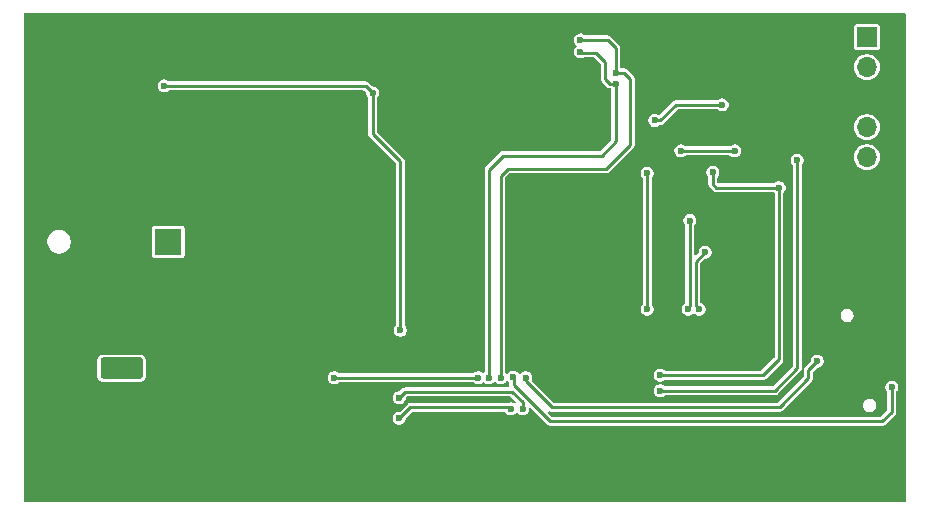
<source format=gbr>
%TF.GenerationSoftware,KiCad,Pcbnew,9.0.0*%
%TF.CreationDate,2025-06-04T14:10:33+02:00*%
%TF.ProjectId,usb_c_pd_source,7573625f-635f-4706-945f-736f75726365,rev?*%
%TF.SameCoordinates,Original*%
%TF.FileFunction,Copper,L2,Bot*%
%TF.FilePolarity,Positive*%
%FSLAX46Y46*%
G04 Gerber Fmt 4.6, Leading zero omitted, Abs format (unit mm)*
G04 Created by KiCad (PCBNEW 9.0.0) date 2025-06-04 14:10:33*
%MOMM*%
%LPD*%
G01*
G04 APERTURE LIST*
G04 Aperture macros list*
%AMRoundRect*
0 Rectangle with rounded corners*
0 $1 Rounding radius*
0 $2 $3 $4 $5 $6 $7 $8 $9 X,Y pos of 4 corners*
0 Add a 4 corners polygon primitive as box body*
4,1,4,$2,$3,$4,$5,$6,$7,$8,$9,$2,$3,0*
0 Add four circle primitives for the rounded corners*
1,1,$1+$1,$2,$3*
1,1,$1+$1,$4,$5*
1,1,$1+$1,$6,$7*
1,1,$1+$1,$8,$9*
0 Add four rect primitives between the rounded corners*
20,1,$1+$1,$2,$3,$4,$5,0*
20,1,$1+$1,$4,$5,$6,$7,0*
20,1,$1+$1,$6,$7,$8,$9,0*
20,1,$1+$1,$8,$9,$2,$3,0*%
G04 Aperture macros list end*
%TA.AperFunction,ComponentPad*%
%ADD10RoundRect,0.250000X-1.550000X0.650000X-1.550000X-0.650000X1.550000X-0.650000X1.550000X0.650000X0*%
%TD*%
%TA.AperFunction,ComponentPad*%
%ADD11O,3.600000X1.800000*%
%TD*%
%TA.AperFunction,ComponentPad*%
%ADD12R,2.250000X2.250000*%
%TD*%
%TA.AperFunction,ComponentPad*%
%ADD13C,3.225000*%
%TD*%
%TA.AperFunction,ComponentPad*%
%ADD14O,3.500000X4.650000*%
%TD*%
%TA.AperFunction,ComponentPad*%
%ADD15R,1.700000X1.700000*%
%TD*%
%TA.AperFunction,ComponentPad*%
%ADD16O,1.700000X1.700000*%
%TD*%
%TA.AperFunction,ComponentPad*%
%ADD17O,0.800000X1.100000*%
%TD*%
%TA.AperFunction,ComponentPad*%
%ADD18O,1.000000X2.000000*%
%TD*%
%TA.AperFunction,ComponentPad*%
%ADD19O,1.000000X2.500000*%
%TD*%
%TA.AperFunction,ViaPad*%
%ADD20C,0.600000*%
%TD*%
%TA.AperFunction,Conductor*%
%ADD21C,0.250000*%
%TD*%
G04 APERTURE END LIST*
D10*
%TO.P,J2,1,Pin_1*%
%TO.N,/PWR_IN*%
X73500000Y-139505000D03*
D11*
%TO.P,J2,2,Pin_2*%
%TO.N,GND*%
X73500000Y-143005000D03*
%TD*%
D12*
%TO.P,J1,1*%
%TO.N,/PWR_IN*%
X77450000Y-128800000D03*
D13*
%TO.P,J1,2*%
%TO.N,GND*%
X75650000Y-124000000D03*
X70950000Y-124000000D03*
D14*
X71450000Y-128800000D03*
D13*
X75650000Y-133600000D03*
X70950000Y-133600000D03*
%TD*%
D15*
%TO.P,J3,1,Pin_1*%
%TO.N,+3V3*%
X136600000Y-111480000D03*
D16*
%TO.P,J3,2,Pin_2*%
%TO.N,/SW_CLK*%
X136600000Y-114020000D03*
%TO.P,J3,3,Pin_3*%
%TO.N,GND*%
X136600000Y-116560000D03*
%TO.P,J3,4,Pin_4*%
%TO.N,/SWD_IO*%
X136600000Y-119100000D03*
%TO.P,J3,5,Pin_5*%
%TO.N,/NRST*%
X136600000Y-121640000D03*
%TD*%
D17*
%TO.P,J4,S1,SHIELD*%
%TO.N,GND*%
X135875000Y-142860000D03*
D18*
X133075000Y-140600000D03*
D19*
X138675000Y-138850000D03*
D18*
X133075000Y-137100000D03*
D17*
X135875000Y-134840000D03*
%TD*%
D20*
%TO.N,+3V3*%
X97100000Y-136300000D03*
X94750000Y-116200000D03*
X77100000Y-115600000D03*
%TO.N,/BUCK_OUT*%
X122400000Y-134500000D03*
X91500000Y-140300000D03*
X103700000Y-140300000D03*
X122900000Y-129700000D03*
%TO.N,Net-(D1-A)*%
X118650000Y-118529442D03*
X124350000Y-117200000D03*
%TO.N,/NRST*%
X120850000Y-121100000D03*
X125400000Y-121100000D03*
%TO.N,Net-(Q1-D)*%
X118000000Y-123000000D03*
X118000000Y-134500000D03*
%TO.N,Net-(Q1-G)*%
X121478137Y-134500000D03*
X121600000Y-127000000D03*
%TO.N,Net-(Q2-G)*%
X129160000Y-124220000D03*
X119100000Y-140100000D03*
X123560000Y-122920000D03*
%TO.N,/CMN_SRC*%
X130700000Y-121900000D03*
X119100000Y-141400000D03*
%TO.N,Net-(U4-SEL_PDO5)*%
X107450000Y-142950000D03*
X97000000Y-142000000D03*
%TO.N,Net-(U4-SEL_PDO4)*%
X106450000Y-142950000D03*
X97000000Y-143750000D03*
%TO.N,/CC1*%
X132400000Y-138900000D03*
X107700000Y-140300000D03*
%TO.N,/CC2*%
X138700000Y-141100000D03*
X106675972Y-140284382D03*
%TO.N,/SDA*%
X115350000Y-115400000D03*
X104600000Y-140300000D03*
X112350000Y-112700000D03*
%TO.N,/SCL*%
X115350000Y-114500000D03*
X112350000Y-111700000D03*
X105600000Y-140300000D03*
%TO.N,GND*%
X89100000Y-134500000D03*
X110250000Y-120000000D03*
X125000000Y-135300000D03*
X113550000Y-120000000D03*
X127400000Y-134500000D03*
X82700000Y-133700000D03*
X110300000Y-133600000D03*
X128200000Y-134500000D03*
X83500000Y-133700000D03*
X107850000Y-120000000D03*
X86700000Y-133700000D03*
X83500000Y-134500000D03*
X126600000Y-134500000D03*
X126600000Y-135300000D03*
X128200000Y-135300000D03*
X96150000Y-132350000D03*
X111850000Y-120000000D03*
X90700000Y-134500000D03*
X104650000Y-120000000D03*
X112650000Y-120000000D03*
X127400000Y-135300000D03*
X112800000Y-134400000D03*
X118900000Y-134500000D03*
X111050000Y-120000000D03*
X116300000Y-134500000D03*
X89900000Y-134500000D03*
X93700000Y-132150000D03*
X98150000Y-120000000D03*
X111100000Y-133600000D03*
X92900000Y-132150000D03*
X123400000Y-135300000D03*
X82700000Y-134500000D03*
X84300000Y-133700000D03*
X111100000Y-132800000D03*
X94450000Y-132150000D03*
X114450000Y-120000000D03*
X125800000Y-135300000D03*
X103850000Y-120000000D03*
X109500000Y-134400000D03*
X109500000Y-132800000D03*
X88300000Y-133700000D03*
X87500000Y-133700000D03*
X109500000Y-133600000D03*
X108650000Y-120000000D03*
X105450000Y-120000000D03*
X87600000Y-140300000D03*
X92100000Y-132150000D03*
X88300000Y-134500000D03*
X95250000Y-132150000D03*
X100550000Y-120000000D03*
X103600000Y-142175000D03*
X89900000Y-133700000D03*
X101350000Y-120000000D03*
X85100000Y-133700000D03*
X120500000Y-134500000D03*
X84300000Y-134500000D03*
X86700000Y-134500000D03*
X125000000Y-134500000D03*
X90700000Y-133700000D03*
X110300000Y-132800000D03*
X112000000Y-132800000D03*
X81900000Y-134500000D03*
X87500000Y-134500000D03*
X88400000Y-140300000D03*
X125800000Y-134500000D03*
X115500000Y-134500000D03*
X97350000Y-120000000D03*
X110300000Y-134400000D03*
X111100000Y-134400000D03*
X109450000Y-120000000D03*
X116300000Y-135300000D03*
X85900000Y-133700000D03*
X106250000Y-120000000D03*
X85100000Y-134500000D03*
X115500000Y-135300000D03*
X81900000Y-133700000D03*
X120500000Y-135300000D03*
X123400000Y-134500000D03*
X119700000Y-135300000D03*
X89100000Y-133700000D03*
X102250000Y-120000000D03*
X124200000Y-135300000D03*
X85900000Y-134500000D03*
X118900000Y-135300000D03*
X98950000Y-120000000D03*
X112800000Y-133600000D03*
X117100000Y-134500000D03*
X99750000Y-120000000D03*
X119700000Y-134500000D03*
X117100000Y-135300000D03*
X124200000Y-134500000D03*
X103050000Y-120000000D03*
X112000000Y-134400000D03*
X107050000Y-120000000D03*
X112800000Y-132800000D03*
X112000000Y-133600000D03*
%TD*%
D21*
%TO.N,+3V3*%
X94150000Y-115600000D02*
X77100000Y-115600000D01*
X97100000Y-122000000D02*
X94750000Y-119650000D01*
X97100000Y-136300000D02*
X97100000Y-122000000D01*
X94750000Y-119650000D02*
X94750000Y-116200000D01*
X94750000Y-116200000D02*
X94150000Y-115600000D01*
%TO.N,/BUCK_OUT*%
X122103137Y-130496863D02*
X122900000Y-129700000D01*
X122103137Y-133700000D02*
X122103137Y-130496863D01*
X122103137Y-133700000D02*
X122103137Y-134203137D01*
X122103137Y-134203137D02*
X122400000Y-134500000D01*
X91500000Y-140300000D02*
X103700000Y-140300000D01*
%TO.N,Net-(D1-A)*%
X118650000Y-118529442D02*
X119120558Y-118529442D01*
X120450000Y-117200000D02*
X124350000Y-117200000D01*
X119120558Y-118529442D02*
X120450000Y-117200000D01*
%TO.N,/NRST*%
X125400000Y-121100000D02*
X120850000Y-121100000D01*
%TO.N,Net-(Q1-D)*%
X118000000Y-134500000D02*
X118000000Y-134600000D01*
X118000000Y-123000000D02*
X118000000Y-134500000D01*
%TO.N,Net-(Q1-G)*%
X121478137Y-134321863D02*
X121600000Y-134200000D01*
X121478137Y-134500000D02*
X121478137Y-134321863D01*
X121600000Y-134200000D02*
X121600000Y-127000000D01*
X121600000Y-127000000D02*
X121700000Y-127100000D01*
%TO.N,Net-(Q2-G)*%
X119100000Y-140100000D02*
X127800000Y-140100000D01*
X129160000Y-138740000D02*
X129160000Y-124220000D01*
X123560000Y-123920000D02*
X123860000Y-124220000D01*
X127800000Y-140100000D02*
X129160000Y-138740000D01*
X123560000Y-122920000D02*
X123560000Y-123920000D01*
X123860000Y-124220000D02*
X129160000Y-124220000D01*
%TO.N,/CMN_SRC*%
X128800000Y-141400000D02*
X130700000Y-139500000D01*
X119100000Y-141400000D02*
X128800000Y-141400000D01*
X130700000Y-139500000D02*
X130700000Y-121900000D01*
%TO.N,Net-(U4-SEL_PDO5)*%
X97500000Y-141500000D02*
X106550000Y-141500000D01*
X106550000Y-141500000D02*
X107450000Y-142400000D01*
X97000000Y-142000000D02*
X97500000Y-141500000D01*
X107450000Y-142400000D02*
X107450000Y-142950000D01*
%TO.N,Net-(U4-SEL_PDO4)*%
X106300000Y-142800000D02*
X106450000Y-142950000D01*
X97000000Y-143750000D02*
X97950000Y-142800000D01*
X97950000Y-142800000D02*
X106300000Y-142800000D01*
X106400000Y-143000000D02*
X106450000Y-142950000D01*
%TO.N,/CC1*%
X109900000Y-142800000D02*
X107700000Y-140600000D01*
X107700000Y-140600000D02*
X107700000Y-140300000D01*
X131631500Y-139668500D02*
X131631500Y-140368500D01*
X132400000Y-138900000D02*
X131631500Y-139668500D01*
X129200000Y-142800000D02*
X109900000Y-142800000D01*
X131631500Y-140368500D02*
X129200000Y-142800000D01*
%TO.N,/CC2*%
X106700000Y-140308410D02*
X106700000Y-140900000D01*
X106675972Y-140284382D02*
X106700000Y-140308410D01*
X109800000Y-144000000D02*
X137900000Y-144000000D01*
X138700000Y-143200000D02*
X138700000Y-141100000D01*
X137900000Y-144000000D02*
X138700000Y-143200000D01*
X106700000Y-140900000D02*
X109800000Y-144000000D01*
%TO.N,/SDA*%
X104600000Y-122700000D02*
X105800000Y-121500000D01*
X114450000Y-115000000D02*
X114850000Y-115400000D01*
X114450000Y-113600000D02*
X114450000Y-115000000D01*
X104600000Y-140300000D02*
X104600000Y-122700000D01*
X105800000Y-121500000D02*
X114150000Y-121500000D01*
X115350000Y-120300000D02*
X115350000Y-115400000D01*
X113650000Y-112800000D02*
X114450000Y-113600000D01*
X114150000Y-121500000D02*
X115350000Y-120300000D01*
X112350000Y-112800000D02*
X113650000Y-112800000D01*
X112350000Y-112700000D02*
X112450000Y-112800000D01*
X114850000Y-115400000D02*
X115350000Y-115400000D01*
%TO.N,/SCL*%
X106200000Y-122600000D02*
X114550000Y-122600000D01*
X116550000Y-115000000D02*
X116050000Y-114500000D01*
X115350000Y-112400000D02*
X115350000Y-114500000D01*
X112250000Y-111700000D02*
X114650000Y-111700000D01*
X114550000Y-122600000D02*
X115050000Y-122100000D01*
X116550000Y-120600000D02*
X116550000Y-115000000D01*
X105725000Y-140300000D02*
X105600000Y-140175000D01*
X105600000Y-140175000D02*
X105600000Y-123200000D01*
X114650000Y-111700000D02*
X115350000Y-112400000D01*
X105600000Y-123200000D02*
X106200000Y-122600000D01*
X116050000Y-114500000D02*
X115350000Y-114500000D01*
X115050000Y-122100000D02*
X116550000Y-120600000D01*
%TD*%
%TA.AperFunction,Conductor*%
%TO.N,GND*%
G36*
X139858691Y-109469407D02*
G01*
X139894655Y-109518907D01*
X139899500Y-109549500D01*
X139899500Y-150750500D01*
X139880593Y-150808691D01*
X139831093Y-150844655D01*
X139800500Y-150849500D01*
X65299500Y-150849500D01*
X65241309Y-150830593D01*
X65205345Y-150781093D01*
X65200500Y-150750500D01*
X65200500Y-138807128D01*
X71449500Y-138807128D01*
X71449500Y-140202866D01*
X71449501Y-140202870D01*
X71455908Y-140262480D01*
X71455909Y-140262485D01*
X71506202Y-140397329D01*
X71592087Y-140512056D01*
X71592454Y-140512546D01*
X71592457Y-140512548D01*
X71592458Y-140512549D01*
X71707670Y-140598797D01*
X71842511Y-140649089D01*
X71842512Y-140649089D01*
X71842517Y-140649091D01*
X71902127Y-140655500D01*
X75097872Y-140655499D01*
X75157483Y-140649091D01*
X75254291Y-140612984D01*
X75292329Y-140598797D01*
X75292329Y-140598796D01*
X75292331Y-140598796D01*
X75407546Y-140512546D01*
X75493796Y-140397331D01*
X75544091Y-140262483D01*
X75547850Y-140227525D01*
X90949500Y-140227525D01*
X90949500Y-140372475D01*
X90961681Y-140417933D01*
X90987017Y-140512489D01*
X91059487Y-140638010D01*
X91059489Y-140638012D01*
X91059491Y-140638015D01*
X91161985Y-140740509D01*
X91161987Y-140740510D01*
X91161989Y-140740512D01*
X91287511Y-140812982D01*
X91287512Y-140812982D01*
X91287515Y-140812984D01*
X91427525Y-140850500D01*
X91427526Y-140850500D01*
X91572474Y-140850500D01*
X91572475Y-140850500D01*
X91712485Y-140812984D01*
X91712487Y-140812982D01*
X91712489Y-140812982D01*
X91838010Y-140740512D01*
X91838010Y-140740511D01*
X91838015Y-140740509D01*
X91856022Y-140722501D01*
X91874029Y-140704496D01*
X91928546Y-140676719D01*
X91944032Y-140675500D01*
X103255968Y-140675500D01*
X103314159Y-140694407D01*
X103325971Y-140704496D01*
X103361983Y-140740507D01*
X103361989Y-140740512D01*
X103487511Y-140812982D01*
X103487512Y-140812982D01*
X103487515Y-140812984D01*
X103627525Y-140850500D01*
X103627526Y-140850500D01*
X103772474Y-140850500D01*
X103772475Y-140850500D01*
X103912485Y-140812984D01*
X103912487Y-140812982D01*
X103912489Y-140812982D01*
X104038010Y-140740512D01*
X104038010Y-140740511D01*
X104038015Y-140740509D01*
X104079998Y-140698525D01*
X104134513Y-140670750D01*
X104194945Y-140680321D01*
X104220000Y-140698524D01*
X104261985Y-140740509D01*
X104261987Y-140740510D01*
X104261989Y-140740512D01*
X104387511Y-140812982D01*
X104387512Y-140812982D01*
X104387515Y-140812984D01*
X104527525Y-140850500D01*
X104527526Y-140850500D01*
X104672474Y-140850500D01*
X104672475Y-140850500D01*
X104812485Y-140812984D01*
X104812487Y-140812982D01*
X104812489Y-140812982D01*
X104938010Y-140740512D01*
X104938010Y-140740511D01*
X104938015Y-140740509D01*
X105029998Y-140648525D01*
X105084513Y-140620750D01*
X105144945Y-140630321D01*
X105170000Y-140648524D01*
X105261985Y-140740509D01*
X105261987Y-140740510D01*
X105261989Y-140740512D01*
X105387511Y-140812982D01*
X105387512Y-140812982D01*
X105387515Y-140812984D01*
X105527525Y-140850500D01*
X105527526Y-140850500D01*
X105672474Y-140850500D01*
X105672475Y-140850500D01*
X105812485Y-140812984D01*
X105812487Y-140812982D01*
X105812489Y-140812982D01*
X105938010Y-140740512D01*
X105938010Y-140740511D01*
X105938015Y-140740509D01*
X106040509Y-140638015D01*
X106056757Y-140609871D01*
X106102226Y-140568931D01*
X106163076Y-140562534D01*
X106216064Y-140593126D01*
X106216378Y-140593476D01*
X106223147Y-140601066D01*
X106235463Y-140622397D01*
X106297503Y-140684437D01*
X106299384Y-140686546D01*
X106310612Y-140712090D01*
X106323281Y-140736954D01*
X106323660Y-140741772D01*
X106324006Y-140742559D01*
X106323797Y-140743517D01*
X106324500Y-140752441D01*
X106324500Y-140850564D01*
X106324500Y-140949436D01*
X106331484Y-140975499D01*
X106338016Y-140999877D01*
X106336584Y-141027194D01*
X106334814Y-141060978D01*
X106334812Y-141060979D01*
X106334813Y-141060979D01*
X106296308Y-141108529D01*
X106296283Y-141108535D01*
X106242389Y-141124500D01*
X97549436Y-141124500D01*
X97450564Y-141124500D01*
X97386896Y-141141559D01*
X97355062Y-141150089D01*
X97269434Y-141199527D01*
X97048457Y-141420504D01*
X96993941Y-141448281D01*
X96978454Y-141449500D01*
X96927525Y-141449500D01*
X96865790Y-141466041D01*
X96787510Y-141487017D01*
X96661989Y-141559487D01*
X96559487Y-141661989D01*
X96487017Y-141787510D01*
X96458374Y-141894407D01*
X96449500Y-141927525D01*
X96449500Y-142072475D01*
X96469474Y-142147017D01*
X96487017Y-142212489D01*
X96559487Y-142338010D01*
X96559489Y-142338012D01*
X96559491Y-142338015D01*
X96661985Y-142440509D01*
X96661987Y-142440510D01*
X96661989Y-142440512D01*
X96787511Y-142512982D01*
X96787512Y-142512982D01*
X96787515Y-142512984D01*
X96927525Y-142550500D01*
X96927526Y-142550500D01*
X97072474Y-142550500D01*
X97072475Y-142550500D01*
X97212485Y-142512984D01*
X97212487Y-142512982D01*
X97212489Y-142512982D01*
X97338010Y-142440512D01*
X97338010Y-142440511D01*
X97338015Y-142440509D01*
X97440509Y-142338015D01*
X97508939Y-142219491D01*
X97512982Y-142212489D01*
X97512982Y-142212487D01*
X97512984Y-142212485D01*
X97550500Y-142072475D01*
X97550500Y-142021544D01*
X97552968Y-142013946D01*
X97551719Y-142006056D01*
X97562242Y-141985402D01*
X97569407Y-141963353D01*
X97579497Y-141951540D01*
X97626542Y-141904496D01*
X97681059Y-141876719D01*
X97696545Y-141875500D01*
X106353455Y-141875500D01*
X106411646Y-141894407D01*
X106423459Y-141904496D01*
X106825167Y-142306204D01*
X106852944Y-142360721D01*
X106843373Y-142421153D01*
X106800108Y-142464418D01*
X106739676Y-142473989D01*
X106705663Y-142461944D01*
X106662489Y-142437017D01*
X106603187Y-142421127D01*
X106522475Y-142399500D01*
X106377525Y-142399500D01*
X106299617Y-142420375D01*
X106296813Y-142421127D01*
X106271190Y-142424500D01*
X97999436Y-142424500D01*
X97900564Y-142424500D01*
X97853855Y-142437016D01*
X97853854Y-142437015D01*
X97805065Y-142450088D01*
X97805057Y-142450092D01*
X97762250Y-142474805D01*
X97762251Y-142474806D01*
X97719438Y-142499524D01*
X97048459Y-143170504D01*
X96993942Y-143198281D01*
X96978455Y-143199500D01*
X96927525Y-143199500D01*
X96886473Y-143210500D01*
X96787510Y-143237017D01*
X96661989Y-143309487D01*
X96559487Y-143411989D01*
X96487017Y-143537510D01*
X96449500Y-143677525D01*
X96449500Y-143822474D01*
X96487017Y-143962489D01*
X96559487Y-144088010D01*
X96559489Y-144088012D01*
X96559491Y-144088015D01*
X96661985Y-144190509D01*
X96661987Y-144190510D01*
X96661989Y-144190512D01*
X96787511Y-144262982D01*
X96787512Y-144262982D01*
X96787515Y-144262984D01*
X96927525Y-144300500D01*
X96927526Y-144300500D01*
X97072474Y-144300500D01*
X97072475Y-144300500D01*
X97212485Y-144262984D01*
X97212487Y-144262982D01*
X97212489Y-144262982D01*
X97338010Y-144190512D01*
X97338010Y-144190511D01*
X97338015Y-144190509D01*
X97440509Y-144088015D01*
X97512984Y-143962485D01*
X97550500Y-143822475D01*
X97550500Y-143771545D01*
X97569407Y-143713354D01*
X97579496Y-143701541D01*
X98076542Y-143204496D01*
X98131059Y-143176719D01*
X98146546Y-143175500D01*
X105887373Y-143175500D01*
X105945564Y-143194407D01*
X105973107Y-143224996D01*
X106009491Y-143288015D01*
X106111985Y-143390509D01*
X106111987Y-143390510D01*
X106111989Y-143390512D01*
X106237511Y-143462982D01*
X106237512Y-143462982D01*
X106237515Y-143462984D01*
X106377525Y-143500500D01*
X106377526Y-143500500D01*
X106522474Y-143500500D01*
X106522475Y-143500500D01*
X106662485Y-143462984D01*
X106662487Y-143462982D01*
X106662489Y-143462982D01*
X106788010Y-143390512D01*
X106788010Y-143390511D01*
X106788015Y-143390509D01*
X106879998Y-143298525D01*
X106934513Y-143270750D01*
X106994945Y-143280321D01*
X107020000Y-143298524D01*
X107111985Y-143390509D01*
X107111987Y-143390510D01*
X107111989Y-143390512D01*
X107237511Y-143462982D01*
X107237512Y-143462982D01*
X107237515Y-143462984D01*
X107377525Y-143500500D01*
X107377526Y-143500500D01*
X107522474Y-143500500D01*
X107522475Y-143500500D01*
X107662485Y-143462984D01*
X107662487Y-143462982D01*
X107662489Y-143462982D01*
X107788010Y-143390512D01*
X107788010Y-143390511D01*
X107788015Y-143390509D01*
X107890509Y-143288015D01*
X107903589Y-143265360D01*
X107962982Y-143162489D01*
X107962982Y-143162487D01*
X107962984Y-143162485D01*
X108000500Y-143022475D01*
X108000500Y-142970545D01*
X108019407Y-142912354D01*
X108068907Y-142876390D01*
X108130093Y-142876390D01*
X108169504Y-142900541D01*
X109499525Y-144230562D01*
X109499524Y-144230562D01*
X109569438Y-144300475D01*
X109655058Y-144349908D01*
X109655062Y-144349910D01*
X109702812Y-144362705D01*
X109702813Y-144362705D01*
X109750564Y-144375500D01*
X109750565Y-144375500D01*
X137949436Y-144375500D01*
X137997186Y-144362705D01*
X137997187Y-144362705D01*
X138044934Y-144349911D01*
X138044933Y-144349911D01*
X138044938Y-144349910D01*
X138130562Y-144300475D01*
X138200475Y-144230562D01*
X138200474Y-144230562D01*
X139000475Y-143430563D01*
X139025192Y-143387750D01*
X139049910Y-143344938D01*
X139069861Y-143270480D01*
X139075500Y-143249436D01*
X139075500Y-143150564D01*
X139075500Y-141544031D01*
X139094407Y-141485840D01*
X139104490Y-141474033D01*
X139140509Y-141438015D01*
X139212984Y-141312485D01*
X139250500Y-141172475D01*
X139250500Y-141027525D01*
X139212984Y-140887515D01*
X139212982Y-140887512D01*
X139212982Y-140887510D01*
X139140512Y-140761989D01*
X139140510Y-140761987D01*
X139140509Y-140761985D01*
X139038015Y-140659491D01*
X139038012Y-140659489D01*
X139038010Y-140659487D01*
X138912488Y-140587017D01*
X138912489Y-140587017D01*
X138882896Y-140579087D01*
X138772475Y-140549500D01*
X138627525Y-140549500D01*
X138601319Y-140556522D01*
X138487510Y-140587017D01*
X138361989Y-140659487D01*
X138259487Y-140761989D01*
X138187017Y-140887510D01*
X138149500Y-141027525D01*
X138149500Y-141172474D01*
X138187017Y-141312489D01*
X138259487Y-141438010D01*
X138259489Y-141438012D01*
X138259491Y-141438015D01*
X138295505Y-141474029D01*
X138323281Y-141528544D01*
X138324500Y-141544031D01*
X138324500Y-143003454D01*
X138305593Y-143061645D01*
X138295504Y-143073458D01*
X137773459Y-143595504D01*
X137718942Y-143623281D01*
X137703455Y-143624500D01*
X109996545Y-143624500D01*
X109938354Y-143605593D01*
X109926541Y-143595504D01*
X109638231Y-143307194D01*
X109610454Y-143252677D01*
X109620025Y-143192245D01*
X109663290Y-143148980D01*
X109723722Y-143139409D01*
X109748718Y-143148260D01*
X109749064Y-143147426D01*
X109755062Y-143149910D01*
X109801991Y-143162485D01*
X109801992Y-143162485D01*
X109850564Y-143175500D01*
X109850565Y-143175500D01*
X129249435Y-143175500D01*
X129249436Y-143175500D01*
X129298008Y-143162485D01*
X129344938Y-143149910D01*
X129430562Y-143100475D01*
X129500475Y-143030562D01*
X129943512Y-142587525D01*
X136274500Y-142587525D01*
X136274500Y-142732475D01*
X136304087Y-142842896D01*
X136312017Y-142872489D01*
X136384487Y-142998010D01*
X136384489Y-142998012D01*
X136384491Y-142998015D01*
X136486985Y-143100509D01*
X136486987Y-143100510D01*
X136486989Y-143100512D01*
X136612511Y-143172982D01*
X136612512Y-143172982D01*
X136612515Y-143172984D01*
X136752525Y-143210500D01*
X136752526Y-143210500D01*
X136897474Y-143210500D01*
X136897475Y-143210500D01*
X137037485Y-143172984D01*
X137037487Y-143172982D01*
X137037489Y-143172982D01*
X137163010Y-143100512D01*
X137163010Y-143100511D01*
X137163015Y-143100509D01*
X137265509Y-142998015D01*
X137335074Y-142877525D01*
X137337982Y-142872489D01*
X137337982Y-142872487D01*
X137337984Y-142872485D01*
X137375500Y-142732475D01*
X137375500Y-142587525D01*
X137337984Y-142447515D01*
X137337982Y-142447512D01*
X137337982Y-142447510D01*
X137265512Y-142321989D01*
X137265510Y-142321987D01*
X137265509Y-142321985D01*
X137163015Y-142219491D01*
X137163012Y-142219489D01*
X137163010Y-142219487D01*
X137037488Y-142147017D01*
X137037489Y-142147017D01*
X137007896Y-142139087D01*
X136897475Y-142109500D01*
X136752525Y-142109500D01*
X136690790Y-142126041D01*
X136612510Y-142147017D01*
X136486989Y-142219487D01*
X136384487Y-142321989D01*
X136312017Y-142447510D01*
X136304703Y-142474806D01*
X136274500Y-142587525D01*
X129943512Y-142587525D01*
X131931974Y-140599063D01*
X131931975Y-140599062D01*
X131981410Y-140513438D01*
X132007000Y-140417935D01*
X132007000Y-139865045D01*
X132025907Y-139806854D01*
X132035996Y-139795041D01*
X132351541Y-139479496D01*
X132406058Y-139451719D01*
X132421545Y-139450500D01*
X132472474Y-139450500D01*
X132472475Y-139450500D01*
X132612485Y-139412984D01*
X132612487Y-139412982D01*
X132612489Y-139412982D01*
X132738010Y-139340512D01*
X132738010Y-139340511D01*
X132738015Y-139340509D01*
X132840509Y-139238015D01*
X132912984Y-139112485D01*
X132950500Y-138972475D01*
X132950500Y-138827525D01*
X132912984Y-138687515D01*
X132912982Y-138687512D01*
X132912982Y-138687510D01*
X132840512Y-138561989D01*
X132840510Y-138561987D01*
X132840509Y-138561985D01*
X132738015Y-138459491D01*
X132738012Y-138459489D01*
X132738010Y-138459487D01*
X132612488Y-138387017D01*
X132612489Y-138387017D01*
X132515053Y-138360909D01*
X132472475Y-138349500D01*
X132327525Y-138349500D01*
X132284947Y-138360909D01*
X132187510Y-138387017D01*
X132061989Y-138459487D01*
X131959487Y-138561989D01*
X131887017Y-138687510D01*
X131849500Y-138827525D01*
X131849500Y-138878455D01*
X131830593Y-138936646D01*
X131820504Y-138948459D01*
X131400938Y-139368025D01*
X131400937Y-139368024D01*
X131331024Y-139437938D01*
X131281589Y-139523561D01*
X131281589Y-139523562D01*
X131281590Y-139523563D01*
X131270940Y-139563307D01*
X131270937Y-139563318D01*
X131264588Y-139587016D01*
X131256000Y-139619065D01*
X131256000Y-139637633D01*
X131256000Y-140171955D01*
X131237093Y-140230146D01*
X131227004Y-140241959D01*
X129073459Y-142395504D01*
X129018942Y-142423281D01*
X129003455Y-142424500D01*
X110096546Y-142424500D01*
X110038355Y-142405593D01*
X110026542Y-142395504D01*
X108958562Y-141327525D01*
X118549500Y-141327525D01*
X118549500Y-141472475D01*
X118553397Y-141487017D01*
X118587017Y-141612489D01*
X118659487Y-141738010D01*
X118659489Y-141738012D01*
X118659491Y-141738015D01*
X118761985Y-141840509D01*
X118761987Y-141840510D01*
X118761989Y-141840512D01*
X118887511Y-141912982D01*
X118887512Y-141912982D01*
X118887515Y-141912984D01*
X119027525Y-141950500D01*
X119027526Y-141950500D01*
X119172474Y-141950500D01*
X119172475Y-141950500D01*
X119312485Y-141912984D01*
X119312487Y-141912982D01*
X119312489Y-141912982D01*
X119438010Y-141840512D01*
X119438010Y-141840511D01*
X119438015Y-141840509D01*
X119456022Y-141822501D01*
X119474029Y-141804496D01*
X119528546Y-141776719D01*
X119544032Y-141775500D01*
X128849435Y-141775500D01*
X128849436Y-141775500D01*
X128929349Y-141754087D01*
X128944938Y-141749910D01*
X129030562Y-141700475D01*
X129100475Y-141630562D01*
X129100474Y-141630562D01*
X131000475Y-139730563D01*
X131049911Y-139644937D01*
X131075500Y-139549436D01*
X131075500Y-139450564D01*
X131075500Y-134967525D01*
X134374500Y-134967525D01*
X134374500Y-135112474D01*
X134412017Y-135252489D01*
X134484487Y-135378010D01*
X134484489Y-135378012D01*
X134484491Y-135378015D01*
X134586985Y-135480509D01*
X134586987Y-135480510D01*
X134586989Y-135480512D01*
X134712511Y-135552982D01*
X134712512Y-135552982D01*
X134712515Y-135552984D01*
X134852525Y-135590500D01*
X134852526Y-135590500D01*
X134997474Y-135590500D01*
X134997475Y-135590500D01*
X135137485Y-135552984D01*
X135137487Y-135552982D01*
X135137489Y-135552982D01*
X135263010Y-135480512D01*
X135263010Y-135480511D01*
X135263015Y-135480509D01*
X135365509Y-135378015D01*
X135437984Y-135252485D01*
X135475500Y-135112475D01*
X135475500Y-134967525D01*
X135437984Y-134827515D01*
X135437982Y-134827512D01*
X135437982Y-134827510D01*
X135365512Y-134701989D01*
X135365510Y-134701987D01*
X135365509Y-134701985D01*
X135263015Y-134599491D01*
X135263012Y-134599489D01*
X135263010Y-134599487D01*
X135137488Y-134527017D01*
X135137489Y-134527017D01*
X135107896Y-134519087D01*
X134997475Y-134489500D01*
X134852525Y-134489500D01*
X134790790Y-134506041D01*
X134712510Y-134527017D01*
X134586989Y-134599487D01*
X134484487Y-134701989D01*
X134412017Y-134827510D01*
X134374500Y-134967525D01*
X131075500Y-134967525D01*
X131075500Y-122344031D01*
X131094407Y-122285840D01*
X131104490Y-122274033D01*
X131140509Y-122238015D01*
X131149016Y-122223281D01*
X131212982Y-122112489D01*
X131212982Y-122112487D01*
X131212984Y-122112485D01*
X131250500Y-121972475D01*
X131250500Y-121827525D01*
X131212984Y-121687515D01*
X131212982Y-121687512D01*
X131212982Y-121687510D01*
X131161880Y-121598999D01*
X131140512Y-121561989D01*
X131140510Y-121561987D01*
X131140509Y-121561985D01*
X131131909Y-121553385D01*
X135499500Y-121553385D01*
X135499500Y-121726614D01*
X135526597Y-121897702D01*
X135526598Y-121897706D01*
X135580123Y-122062438D01*
X135580125Y-122062441D01*
X135647922Y-122195503D01*
X135658768Y-122216788D01*
X135760586Y-122356928D01*
X135883072Y-122479414D01*
X136023212Y-122581232D01*
X136177555Y-122659873D01*
X136177557Y-122659873D01*
X136177558Y-122659874D01*
X136177561Y-122659876D01*
X136342293Y-122713401D01*
X136342297Y-122713402D01*
X136513386Y-122740500D01*
X136513389Y-122740500D01*
X136686614Y-122740500D01*
X136857702Y-122713402D01*
X136857706Y-122713401D01*
X137022438Y-122659876D01*
X137022440Y-122659874D01*
X137022445Y-122659873D01*
X137176788Y-122581232D01*
X137316928Y-122479414D01*
X137439414Y-122356928D01*
X137541232Y-122216788D01*
X137619873Y-122062445D01*
X137619874Y-122062440D01*
X137619876Y-122062438D01*
X137673401Y-121897706D01*
X137673402Y-121897702D01*
X137700500Y-121726614D01*
X137700500Y-121553385D01*
X137673402Y-121382297D01*
X137673401Y-121382293D01*
X137619876Y-121217561D01*
X137619874Y-121217558D01*
X137619873Y-121217557D01*
X137619873Y-121217555D01*
X137541232Y-121063212D01*
X137439414Y-120923072D01*
X137316928Y-120800586D01*
X137176788Y-120698768D01*
X137176787Y-120698767D01*
X137176785Y-120698766D01*
X137022441Y-120620125D01*
X137022438Y-120620123D01*
X136857706Y-120566598D01*
X136857702Y-120566597D01*
X136686614Y-120539500D01*
X136686611Y-120539500D01*
X136513389Y-120539500D01*
X136513386Y-120539500D01*
X136342297Y-120566597D01*
X136342293Y-120566598D01*
X136177561Y-120620123D01*
X136177558Y-120620125D01*
X136023214Y-120698766D01*
X135883073Y-120800585D01*
X135760585Y-120923073D01*
X135658766Y-121063214D01*
X135580125Y-121217558D01*
X135580123Y-121217561D01*
X135526598Y-121382293D01*
X135526597Y-121382297D01*
X135499500Y-121553385D01*
X131131909Y-121553385D01*
X131038015Y-121459491D01*
X131038012Y-121459489D01*
X131038010Y-121459487D01*
X130912488Y-121387017D01*
X130912489Y-121387017D01*
X130882896Y-121379087D01*
X130772475Y-121349500D01*
X130627525Y-121349500D01*
X130565790Y-121366041D01*
X130487510Y-121387017D01*
X130361989Y-121459487D01*
X130259487Y-121561989D01*
X130187017Y-121687510D01*
X130149500Y-121827525D01*
X130149500Y-121972474D01*
X130187017Y-122112489D01*
X130259487Y-122238010D01*
X130259489Y-122238012D01*
X130259491Y-122238015D01*
X130295505Y-122274029D01*
X130323281Y-122328544D01*
X130324500Y-122344031D01*
X130324500Y-139303454D01*
X130305593Y-139361645D01*
X130295504Y-139373458D01*
X128673459Y-140995504D01*
X128618942Y-141023281D01*
X128603455Y-141024500D01*
X119544032Y-141024500D01*
X119485841Y-141005593D01*
X119474029Y-140995504D01*
X119438016Y-140959492D01*
X119438010Y-140959487D01*
X119312488Y-140887017D01*
X119312489Y-140887017D01*
X119282896Y-140879087D01*
X119172475Y-140849500D01*
X119027525Y-140849500D01*
X118965790Y-140866041D01*
X118887510Y-140887017D01*
X118761989Y-140959487D01*
X118659487Y-141061989D01*
X118587017Y-141187510D01*
X118587016Y-141187515D01*
X118549500Y-141327525D01*
X108958562Y-141327525D01*
X108238721Y-140607684D01*
X108210944Y-140553167D01*
X108213097Y-140512060D01*
X108250500Y-140372475D01*
X108250500Y-140227525D01*
X108212984Y-140087515D01*
X108212982Y-140087512D01*
X108212982Y-140087510D01*
X108203182Y-140070536D01*
X108178349Y-140027525D01*
X118549500Y-140027525D01*
X118549500Y-140172475D01*
X118557645Y-140202872D01*
X118587017Y-140312489D01*
X118659487Y-140438010D01*
X118659489Y-140438012D01*
X118659491Y-140438015D01*
X118761985Y-140540509D01*
X118761987Y-140540510D01*
X118761989Y-140540512D01*
X118887511Y-140612982D01*
X118887512Y-140612982D01*
X118887515Y-140612984D01*
X119027525Y-140650500D01*
X119027526Y-140650500D01*
X119172474Y-140650500D01*
X119172475Y-140650500D01*
X119312485Y-140612984D01*
X119312487Y-140612982D01*
X119312489Y-140612982D01*
X119438010Y-140540512D01*
X119438010Y-140540511D01*
X119438015Y-140540509D01*
X119456022Y-140522501D01*
X119474029Y-140504496D01*
X119528546Y-140476719D01*
X119544032Y-140475500D01*
X127849436Y-140475500D01*
X127897186Y-140462705D01*
X127897187Y-140462705D01*
X127944934Y-140449911D01*
X127944933Y-140449911D01*
X127944938Y-140449910D01*
X128030562Y-140400475D01*
X128100475Y-140330562D01*
X129460474Y-138970563D01*
X129460477Y-138970558D01*
X129472672Y-138949437D01*
X129509908Y-138884942D01*
X129509908Y-138884940D01*
X129509910Y-138884938D01*
X129530759Y-138807128D01*
X129535500Y-138789436D01*
X129535500Y-138690564D01*
X129535500Y-124664031D01*
X129554407Y-124605840D01*
X129564490Y-124594033D01*
X129600509Y-124558015D01*
X129672984Y-124432485D01*
X129710500Y-124292475D01*
X129710500Y-124147525D01*
X129672984Y-124007515D01*
X129672982Y-124007512D01*
X129672982Y-124007510D01*
X129600512Y-123881989D01*
X129600510Y-123881987D01*
X129600509Y-123881985D01*
X129498015Y-123779491D01*
X129498012Y-123779489D01*
X129498010Y-123779487D01*
X129372488Y-123707017D01*
X129372489Y-123707017D01*
X129342896Y-123699087D01*
X129232475Y-123669500D01*
X129087525Y-123669500D01*
X129025790Y-123686041D01*
X128947510Y-123707017D01*
X128821989Y-123779487D01*
X128821983Y-123779492D01*
X128785971Y-123815504D01*
X128731454Y-123843281D01*
X128715968Y-123844500D01*
X124056545Y-123844500D01*
X124048947Y-123842031D01*
X124041058Y-123843281D01*
X124020402Y-123832756D01*
X123998354Y-123825593D01*
X123986541Y-123815504D01*
X123964496Y-123793459D01*
X123936719Y-123738942D01*
X123935500Y-123723455D01*
X123935500Y-123364031D01*
X123954407Y-123305840D01*
X123964490Y-123294033D01*
X124000509Y-123258015D01*
X124072984Y-123132485D01*
X124110500Y-122992475D01*
X124110500Y-122847525D01*
X124072984Y-122707515D01*
X124072982Y-122707512D01*
X124072982Y-122707510D01*
X124000512Y-122581989D01*
X124000510Y-122581987D01*
X124000509Y-122581985D01*
X123898015Y-122479491D01*
X123898012Y-122479489D01*
X123898010Y-122479487D01*
X123772488Y-122407017D01*
X123772489Y-122407017D01*
X123742896Y-122399087D01*
X123632475Y-122369500D01*
X123487525Y-122369500D01*
X123425790Y-122386041D01*
X123347510Y-122407017D01*
X123221989Y-122479487D01*
X123119487Y-122581989D01*
X123047017Y-122707510D01*
X123026579Y-122783785D01*
X123009500Y-122847525D01*
X123009500Y-122992475D01*
X123047015Y-123132482D01*
X123047017Y-123132487D01*
X123047017Y-123132488D01*
X123119487Y-123258010D01*
X123119489Y-123258012D01*
X123119491Y-123258015D01*
X123155505Y-123294029D01*
X123183281Y-123348544D01*
X123184500Y-123364031D01*
X123184500Y-123969438D01*
X123196345Y-124013643D01*
X123196347Y-124013650D01*
X123197295Y-124017186D01*
X123210090Y-124064938D01*
X123215936Y-124075063D01*
X123220598Y-124083137D01*
X123259526Y-124150563D01*
X123559524Y-124450562D01*
X123629438Y-124520475D01*
X123715058Y-124569908D01*
X123715062Y-124569910D01*
X123762812Y-124582705D01*
X123762813Y-124582705D01*
X123810564Y-124595500D01*
X123810565Y-124595500D01*
X128685500Y-124595500D01*
X128743691Y-124614407D01*
X128779655Y-124663907D01*
X128784500Y-124694500D01*
X128784500Y-138543455D01*
X128765593Y-138601646D01*
X128755504Y-138613459D01*
X127673459Y-139695504D01*
X127618942Y-139723281D01*
X127603455Y-139724500D01*
X119544032Y-139724500D01*
X119485841Y-139705593D01*
X119474029Y-139695504D01*
X119438016Y-139659492D01*
X119438010Y-139659487D01*
X119312488Y-139587017D01*
X119312489Y-139587017D01*
X119282896Y-139579087D01*
X119172475Y-139549500D01*
X119027525Y-139549500D01*
X118975997Y-139563307D01*
X118887510Y-139587017D01*
X118761989Y-139659487D01*
X118659487Y-139761989D01*
X118587017Y-139887510D01*
X118559219Y-139991252D01*
X118549500Y-140027525D01*
X108178349Y-140027525D01*
X108140512Y-139961989D01*
X108140510Y-139961987D01*
X108140509Y-139961985D01*
X108038015Y-139859491D01*
X108038012Y-139859489D01*
X108038010Y-139859487D01*
X107912488Y-139787017D01*
X107912489Y-139787017D01*
X107854202Y-139771399D01*
X107772475Y-139749500D01*
X107627525Y-139749500D01*
X107580931Y-139761985D01*
X107487510Y-139787017D01*
X107361989Y-139859487D01*
X107361984Y-139859491D01*
X107265176Y-139956299D01*
X107210660Y-139984076D01*
X107150228Y-139974504D01*
X107121452Y-139950572D01*
X107121069Y-139950956D01*
X107116899Y-139946786D01*
X107116632Y-139946564D01*
X107116483Y-139946370D01*
X107116482Y-139946369D01*
X107116481Y-139946367D01*
X107013987Y-139843873D01*
X107013984Y-139843871D01*
X107013982Y-139843869D01*
X106888460Y-139771399D01*
X106888461Y-139771399D01*
X106858868Y-139763469D01*
X106748447Y-139733882D01*
X106603497Y-139733882D01*
X106545211Y-139749500D01*
X106463482Y-139771399D01*
X106337961Y-139843869D01*
X106235462Y-139946368D01*
X106219213Y-139974512D01*
X106173742Y-140015452D01*
X106112892Y-140021846D01*
X106059904Y-139991252D01*
X106058202Y-139989311D01*
X106052289Y-139982389D01*
X106040509Y-139961985D01*
X106001756Y-139923232D01*
X105999225Y-139920269D01*
X105988929Y-139895420D01*
X105976719Y-139871454D01*
X105976183Y-139864654D01*
X105975806Y-139863743D01*
X105976036Y-139862782D01*
X105975500Y-139855968D01*
X105975500Y-123396545D01*
X105994407Y-123338354D01*
X106004496Y-123326541D01*
X106326541Y-123004496D01*
X106381058Y-122976719D01*
X106396545Y-122975500D01*
X114599436Y-122975500D01*
X114647186Y-122962705D01*
X114647187Y-122962705D01*
X114694934Y-122949911D01*
X114694933Y-122949911D01*
X114694938Y-122949910D01*
X114733710Y-122927525D01*
X117449500Y-122927525D01*
X117449500Y-123072474D01*
X117487017Y-123212489D01*
X117559487Y-123338010D01*
X117559489Y-123338012D01*
X117559491Y-123338015D01*
X117595505Y-123374029D01*
X117623281Y-123428544D01*
X117624500Y-123444031D01*
X117624500Y-134055968D01*
X117605593Y-134114159D01*
X117595504Y-134125971D01*
X117559492Y-134161983D01*
X117559487Y-134161989D01*
X117487017Y-134287510D01*
X117449500Y-134427525D01*
X117449500Y-134572474D01*
X117487017Y-134712489D01*
X117559487Y-134838010D01*
X117559489Y-134838012D01*
X117559491Y-134838015D01*
X117661985Y-134940509D01*
X117661987Y-134940510D01*
X117661989Y-134940512D01*
X117787511Y-135012982D01*
X117787512Y-135012982D01*
X117787515Y-135012984D01*
X117927525Y-135050500D01*
X117927526Y-135050500D01*
X118072474Y-135050500D01*
X118072475Y-135050500D01*
X118212485Y-135012984D01*
X118212487Y-135012982D01*
X118212489Y-135012982D01*
X118338010Y-134940512D01*
X118338010Y-134940511D01*
X118338015Y-134940509D01*
X118440509Y-134838015D01*
X118512984Y-134712485D01*
X118550500Y-134572475D01*
X118550500Y-134427525D01*
X120927637Y-134427525D01*
X120927637Y-134572474D01*
X120965154Y-134712489D01*
X121037624Y-134838010D01*
X121037626Y-134838012D01*
X121037628Y-134838015D01*
X121140122Y-134940509D01*
X121140124Y-134940510D01*
X121140126Y-134940512D01*
X121265648Y-135012982D01*
X121265649Y-135012982D01*
X121265652Y-135012984D01*
X121405662Y-135050500D01*
X121405663Y-135050500D01*
X121550611Y-135050500D01*
X121550612Y-135050500D01*
X121690622Y-135012984D01*
X121690624Y-135012982D01*
X121690626Y-135012982D01*
X121816147Y-134940512D01*
X121816147Y-134940511D01*
X121816152Y-134940509D01*
X121869066Y-134887594D01*
X121923580Y-134859818D01*
X121984012Y-134869389D01*
X122009068Y-134887592D01*
X122061985Y-134940509D01*
X122061987Y-134940510D01*
X122061989Y-134940512D01*
X122187511Y-135012982D01*
X122187512Y-135012982D01*
X122187515Y-135012984D01*
X122327525Y-135050500D01*
X122327526Y-135050500D01*
X122472474Y-135050500D01*
X122472475Y-135050500D01*
X122612485Y-135012984D01*
X122612487Y-135012982D01*
X122612489Y-135012982D01*
X122738010Y-134940512D01*
X122738010Y-134940511D01*
X122738015Y-134940509D01*
X122840509Y-134838015D01*
X122912984Y-134712485D01*
X122950500Y-134572475D01*
X122950500Y-134427525D01*
X122912984Y-134287515D01*
X122912982Y-134287512D01*
X122912982Y-134287510D01*
X122840512Y-134161989D01*
X122840510Y-134161987D01*
X122840509Y-134161985D01*
X122738015Y-134059491D01*
X122738012Y-134059489D01*
X122738010Y-134059487D01*
X122612488Y-133987017D01*
X122612486Y-133987016D01*
X122552012Y-133970811D01*
X122500698Y-133937486D01*
X122478773Y-133880364D01*
X122478637Y-133875185D01*
X122478637Y-130693408D01*
X122497544Y-130635217D01*
X122507633Y-130623404D01*
X122851541Y-130279496D01*
X122906058Y-130251719D01*
X122921545Y-130250500D01*
X122972474Y-130250500D01*
X122972475Y-130250500D01*
X123112485Y-130212984D01*
X123112487Y-130212982D01*
X123112489Y-130212982D01*
X123238010Y-130140512D01*
X123238010Y-130140511D01*
X123238015Y-130140509D01*
X123340509Y-130038015D01*
X123412984Y-129912485D01*
X123450500Y-129772475D01*
X123450500Y-129627525D01*
X123412984Y-129487515D01*
X123412982Y-129487512D01*
X123412982Y-129487510D01*
X123340512Y-129361989D01*
X123340510Y-129361987D01*
X123340509Y-129361985D01*
X123238015Y-129259491D01*
X123238012Y-129259489D01*
X123238010Y-129259487D01*
X123112488Y-129187017D01*
X123112489Y-129187017D01*
X123082896Y-129179087D01*
X122972475Y-129149500D01*
X122827525Y-129149500D01*
X122765790Y-129166041D01*
X122687510Y-129187017D01*
X122561989Y-129259487D01*
X122459487Y-129361989D01*
X122387017Y-129487510D01*
X122349500Y-129627525D01*
X122349500Y-129678455D01*
X122330593Y-129736646D01*
X122320504Y-129748459D01*
X122144504Y-129924459D01*
X122089987Y-129952236D01*
X122029555Y-129942665D01*
X121986290Y-129899400D01*
X121975500Y-129854455D01*
X121975500Y-127444031D01*
X121994407Y-127385840D01*
X122004490Y-127374033D01*
X122040509Y-127338015D01*
X122112984Y-127212485D01*
X122150500Y-127072475D01*
X122150500Y-126927525D01*
X122112984Y-126787515D01*
X122112982Y-126787512D01*
X122112982Y-126787510D01*
X122040512Y-126661989D01*
X122040510Y-126661987D01*
X122040509Y-126661985D01*
X121938015Y-126559491D01*
X121938012Y-126559489D01*
X121938010Y-126559487D01*
X121812488Y-126487017D01*
X121812489Y-126487017D01*
X121782896Y-126479087D01*
X121672475Y-126449500D01*
X121527525Y-126449500D01*
X121465790Y-126466041D01*
X121387510Y-126487017D01*
X121261989Y-126559487D01*
X121159487Y-126661989D01*
X121087017Y-126787510D01*
X121049500Y-126927525D01*
X121049500Y-127072474D01*
X121087017Y-127212489D01*
X121159487Y-127338010D01*
X121159489Y-127338012D01*
X121159491Y-127338015D01*
X121195505Y-127374029D01*
X121223281Y-127428544D01*
X121224500Y-127444031D01*
X121224500Y-133953617D01*
X121205593Y-134011808D01*
X121175001Y-134039353D01*
X121140124Y-134059489D01*
X121037624Y-134161989D01*
X120965154Y-134287510D01*
X120927637Y-134427525D01*
X118550500Y-134427525D01*
X118512984Y-134287515D01*
X118512982Y-134287512D01*
X118512982Y-134287510D01*
X118440512Y-134161989D01*
X118440507Y-134161983D01*
X118404496Y-134125971D01*
X118376719Y-134071454D01*
X118375500Y-134055968D01*
X118375500Y-123444031D01*
X118394407Y-123385840D01*
X118404490Y-123374033D01*
X118440509Y-123338015D01*
X118486697Y-123258015D01*
X118512982Y-123212489D01*
X118512982Y-123212487D01*
X118512984Y-123212485D01*
X118550500Y-123072475D01*
X118550500Y-122927525D01*
X118512984Y-122787515D01*
X118512982Y-122787512D01*
X118512982Y-122787510D01*
X118440512Y-122661989D01*
X118440510Y-122661987D01*
X118440509Y-122661985D01*
X118338015Y-122559491D01*
X118338012Y-122559489D01*
X118338010Y-122559487D01*
X118212488Y-122487017D01*
X118212489Y-122487017D01*
X118182896Y-122479087D01*
X118072475Y-122449500D01*
X117927525Y-122449500D01*
X117865790Y-122466041D01*
X117787510Y-122487017D01*
X117661989Y-122559487D01*
X117559487Y-122661989D01*
X117487017Y-122787510D01*
X117449500Y-122927525D01*
X114733710Y-122927525D01*
X114780562Y-122900475D01*
X114850475Y-122830562D01*
X114850474Y-122830562D01*
X115350475Y-122330563D01*
X115350475Y-122330561D01*
X115358621Y-122322416D01*
X115358623Y-122322412D01*
X116653512Y-121027525D01*
X120299500Y-121027525D01*
X120299500Y-121172475D01*
X120311579Y-121217555D01*
X120337017Y-121312489D01*
X120409487Y-121438010D01*
X120409489Y-121438012D01*
X120409491Y-121438015D01*
X120511985Y-121540509D01*
X120511987Y-121540510D01*
X120511989Y-121540512D01*
X120637511Y-121612982D01*
X120637512Y-121612982D01*
X120637515Y-121612984D01*
X120777525Y-121650500D01*
X120777526Y-121650500D01*
X120922474Y-121650500D01*
X120922475Y-121650500D01*
X121062485Y-121612984D01*
X121062487Y-121612982D01*
X121062489Y-121612982D01*
X121188010Y-121540512D01*
X121188010Y-121540511D01*
X121188015Y-121540509D01*
X121206022Y-121522501D01*
X121224029Y-121504496D01*
X121278546Y-121476719D01*
X121294032Y-121475500D01*
X124955968Y-121475500D01*
X125014159Y-121494407D01*
X125025971Y-121504496D01*
X125061983Y-121540507D01*
X125061989Y-121540512D01*
X125187511Y-121612982D01*
X125187512Y-121612982D01*
X125187515Y-121612984D01*
X125327525Y-121650500D01*
X125327526Y-121650500D01*
X125472474Y-121650500D01*
X125472475Y-121650500D01*
X125612485Y-121612984D01*
X125612487Y-121612982D01*
X125612489Y-121612982D01*
X125738010Y-121540512D01*
X125738010Y-121540511D01*
X125738015Y-121540509D01*
X125840509Y-121438015D01*
X125869953Y-121387017D01*
X125912982Y-121312489D01*
X125912982Y-121312487D01*
X125912984Y-121312485D01*
X125950500Y-121172475D01*
X125950500Y-121027525D01*
X125912984Y-120887515D01*
X125912982Y-120887512D01*
X125912982Y-120887510D01*
X125840512Y-120761989D01*
X125840510Y-120761987D01*
X125840509Y-120761985D01*
X125738015Y-120659491D01*
X125738012Y-120659489D01*
X125738010Y-120659487D01*
X125612488Y-120587017D01*
X125612489Y-120587017D01*
X125582896Y-120579087D01*
X125472475Y-120549500D01*
X125327525Y-120549500D01*
X125265790Y-120566041D01*
X125187510Y-120587017D01*
X125061989Y-120659487D01*
X125061983Y-120659492D01*
X125025971Y-120695504D01*
X124971454Y-120723281D01*
X124955968Y-120724500D01*
X121294032Y-120724500D01*
X121235841Y-120705593D01*
X121224029Y-120695504D01*
X121188016Y-120659492D01*
X121188010Y-120659487D01*
X121062488Y-120587017D01*
X121062489Y-120587017D01*
X121032896Y-120579087D01*
X120922475Y-120549500D01*
X120777525Y-120549500D01*
X120715790Y-120566041D01*
X120637510Y-120587017D01*
X120511989Y-120659487D01*
X120409487Y-120761989D01*
X120337017Y-120887510D01*
X120337016Y-120887515D01*
X120299500Y-121027525D01*
X116653512Y-121027525D01*
X116850474Y-120830563D01*
X116850475Y-120830562D01*
X116899910Y-120744938D01*
X116918516Y-120675500D01*
X116925500Y-120649436D01*
X116925500Y-120550564D01*
X116925500Y-118456967D01*
X118099500Y-118456967D01*
X118099500Y-118601916D01*
X118137017Y-118741931D01*
X118209487Y-118867452D01*
X118209489Y-118867454D01*
X118209491Y-118867457D01*
X118311985Y-118969951D01*
X118311987Y-118969952D01*
X118311989Y-118969954D01*
X118437511Y-119042424D01*
X118437512Y-119042424D01*
X118437515Y-119042426D01*
X118577525Y-119079942D01*
X118577526Y-119079942D01*
X118722474Y-119079942D01*
X118722475Y-119079942D01*
X118862485Y-119042426D01*
X118862487Y-119042424D01*
X118862489Y-119042424D01*
X118912786Y-119013385D01*
X135499500Y-119013385D01*
X135499500Y-119186614D01*
X135526597Y-119357702D01*
X135526598Y-119357706D01*
X135580123Y-119522438D01*
X135580125Y-119522441D01*
X135580126Y-119522444D01*
X135580127Y-119522445D01*
X135658768Y-119676788D01*
X135760586Y-119816928D01*
X135883072Y-119939414D01*
X136023212Y-120041232D01*
X136177555Y-120119873D01*
X136177557Y-120119873D01*
X136177558Y-120119874D01*
X136177561Y-120119876D01*
X136342293Y-120173401D01*
X136342297Y-120173402D01*
X136513386Y-120200500D01*
X136513389Y-120200500D01*
X136686614Y-120200500D01*
X136857702Y-120173402D01*
X136857706Y-120173401D01*
X137022438Y-120119876D01*
X137022440Y-120119874D01*
X137022445Y-120119873D01*
X137176788Y-120041232D01*
X137316928Y-119939414D01*
X137439414Y-119816928D01*
X137541232Y-119676788D01*
X137619873Y-119522445D01*
X137619874Y-119522440D01*
X137619876Y-119522438D01*
X137673401Y-119357706D01*
X137673402Y-119357702D01*
X137700500Y-119186614D01*
X137700500Y-119013385D01*
X137673402Y-118842297D01*
X137673401Y-118842293D01*
X137619876Y-118677561D01*
X137619874Y-118677558D01*
X137619873Y-118677557D01*
X137619873Y-118677555D01*
X137541232Y-118523212D01*
X137439414Y-118383072D01*
X137316928Y-118260586D01*
X137176788Y-118158768D01*
X137176787Y-118158767D01*
X137176785Y-118158766D01*
X137022441Y-118080125D01*
X137022438Y-118080123D01*
X136857706Y-118026598D01*
X136857702Y-118026597D01*
X136686614Y-117999500D01*
X136686611Y-117999500D01*
X136513389Y-117999500D01*
X136513386Y-117999500D01*
X136342297Y-118026597D01*
X136342293Y-118026598D01*
X136177561Y-118080123D01*
X136177558Y-118080125D01*
X136023214Y-118158766D01*
X135883073Y-118260585D01*
X135760585Y-118383073D01*
X135658766Y-118523214D01*
X135580125Y-118677558D01*
X135580123Y-118677561D01*
X135526598Y-118842293D01*
X135526597Y-118842297D01*
X135499500Y-119013385D01*
X118912786Y-119013385D01*
X118988010Y-118969954D01*
X118988010Y-118969953D01*
X118988015Y-118969951D01*
X119024028Y-118933938D01*
X119078545Y-118906161D01*
X119094032Y-118904942D01*
X119169994Y-118904942D01*
X119217744Y-118892147D01*
X119217745Y-118892147D01*
X119265492Y-118879353D01*
X119265491Y-118879353D01*
X119265496Y-118879352D01*
X119351120Y-118829917D01*
X119421033Y-118760004D01*
X120576541Y-117604496D01*
X120631058Y-117576719D01*
X120646545Y-117575500D01*
X123905968Y-117575500D01*
X123964159Y-117594407D01*
X123975971Y-117604496D01*
X124011983Y-117640507D01*
X124011989Y-117640512D01*
X124137511Y-117712982D01*
X124137512Y-117712982D01*
X124137515Y-117712984D01*
X124277525Y-117750500D01*
X124277526Y-117750500D01*
X124422474Y-117750500D01*
X124422475Y-117750500D01*
X124562485Y-117712984D01*
X124562487Y-117712982D01*
X124562489Y-117712982D01*
X124688010Y-117640512D01*
X124688010Y-117640511D01*
X124688015Y-117640509D01*
X124790509Y-117538015D01*
X124862984Y-117412485D01*
X124900500Y-117272475D01*
X124900500Y-117127525D01*
X124862984Y-116987515D01*
X124862982Y-116987512D01*
X124862982Y-116987510D01*
X124790512Y-116861989D01*
X124790510Y-116861987D01*
X124790509Y-116861985D01*
X124688015Y-116759491D01*
X124688012Y-116759489D01*
X124688010Y-116759487D01*
X124562488Y-116687017D01*
X124562489Y-116687017D01*
X124532896Y-116679087D01*
X124422475Y-116649500D01*
X124277525Y-116649500D01*
X124215790Y-116666041D01*
X124137510Y-116687017D01*
X124011989Y-116759487D01*
X124011983Y-116759492D01*
X123975971Y-116795504D01*
X123921454Y-116823281D01*
X123905968Y-116824500D01*
X120400560Y-116824500D01*
X120392008Y-116826792D01*
X120305062Y-116850089D01*
X120305058Y-116850091D01*
X120219436Y-116899525D01*
X120219437Y-116899526D01*
X119068366Y-118050595D01*
X119013849Y-118078372D01*
X118953417Y-118068801D01*
X118948862Y-118066327D01*
X118862488Y-118016459D01*
X118862489Y-118016459D01*
X118832896Y-118008529D01*
X118722475Y-117978942D01*
X118577525Y-117978942D01*
X118515790Y-117995483D01*
X118437510Y-118016459D01*
X118311989Y-118088929D01*
X118209487Y-118191431D01*
X118137017Y-118316952D01*
X118099500Y-118456967D01*
X116925500Y-118456967D01*
X116925500Y-114950565D01*
X116925500Y-114950564D01*
X116899911Y-114855063D01*
X116850475Y-114769437D01*
X116280563Y-114199526D01*
X116280563Y-114199525D01*
X116194941Y-114150091D01*
X116194937Y-114150089D01*
X116107994Y-114126792D01*
X116107989Y-114126792D01*
X116099436Y-114124500D01*
X116099435Y-114124500D01*
X115824500Y-114124500D01*
X115809588Y-114119655D01*
X115793907Y-114119655D01*
X115781221Y-114110438D01*
X115766309Y-114105593D01*
X115757092Y-114092907D01*
X115744407Y-114083691D01*
X115739561Y-114068778D01*
X115730345Y-114056093D01*
X115725500Y-114025500D01*
X115725500Y-113933385D01*
X135499500Y-113933385D01*
X135499500Y-114106614D01*
X135526597Y-114277702D01*
X135526598Y-114277706D01*
X135580123Y-114442438D01*
X135580125Y-114442441D01*
X135580126Y-114442444D01*
X135580127Y-114442445D01*
X135658768Y-114596788D01*
X135760586Y-114736928D01*
X135883072Y-114859414D01*
X136023212Y-114961232D01*
X136177555Y-115039873D01*
X136177557Y-115039873D01*
X136177558Y-115039874D01*
X136177561Y-115039876D01*
X136342293Y-115093401D01*
X136342297Y-115093402D01*
X136513386Y-115120500D01*
X136513389Y-115120500D01*
X136686614Y-115120500D01*
X136857702Y-115093402D01*
X136857706Y-115093401D01*
X137022438Y-115039876D01*
X137022440Y-115039874D01*
X137022445Y-115039873D01*
X137176788Y-114961232D01*
X137316928Y-114859414D01*
X137439414Y-114736928D01*
X137541232Y-114596788D01*
X137619873Y-114442445D01*
X137619874Y-114442440D01*
X137619876Y-114442438D01*
X137673401Y-114277706D01*
X137673402Y-114277702D01*
X137700500Y-114106614D01*
X137700500Y-113933385D01*
X137673402Y-113762297D01*
X137673401Y-113762293D01*
X137619876Y-113597561D01*
X137619874Y-113597558D01*
X137619873Y-113597557D01*
X137619873Y-113597555D01*
X137541232Y-113443212D01*
X137439414Y-113303072D01*
X137316928Y-113180586D01*
X137176788Y-113078768D01*
X137176787Y-113078767D01*
X137176785Y-113078766D01*
X137022441Y-113000125D01*
X137022438Y-113000123D01*
X136857706Y-112946598D01*
X136857702Y-112946597D01*
X136686614Y-112919500D01*
X136686611Y-112919500D01*
X136513389Y-112919500D01*
X136513386Y-112919500D01*
X136342297Y-112946597D01*
X136342293Y-112946598D01*
X136177561Y-113000123D01*
X136177558Y-113000125D01*
X136023214Y-113078766D01*
X135883073Y-113180585D01*
X135760585Y-113303073D01*
X135658766Y-113443214D01*
X135580125Y-113597558D01*
X135580123Y-113597561D01*
X135526598Y-113762293D01*
X135526597Y-113762297D01*
X135499500Y-113933385D01*
X115725500Y-113933385D01*
X115725500Y-112350566D01*
X115725500Y-112350565D01*
X115699910Y-112255062D01*
X115699908Y-112255059D01*
X115699908Y-112255057D01*
X115650475Y-112169438D01*
X115580562Y-112099524D01*
X115580562Y-112099525D01*
X114880563Y-111399526D01*
X114880563Y-111399525D01*
X114794941Y-111350091D01*
X114794937Y-111350089D01*
X114707994Y-111326792D01*
X114707989Y-111326792D01*
X114699436Y-111324500D01*
X114699435Y-111324500D01*
X112794032Y-111324500D01*
X112735841Y-111305593D01*
X112724029Y-111295504D01*
X112688016Y-111259492D01*
X112688010Y-111259487D01*
X112562488Y-111187017D01*
X112562489Y-111187017D01*
X112532896Y-111179087D01*
X112422475Y-111149500D01*
X112277525Y-111149500D01*
X112215790Y-111166041D01*
X112137510Y-111187017D01*
X112011989Y-111259487D01*
X111909487Y-111361989D01*
X111837017Y-111487510D01*
X111799500Y-111627525D01*
X111799500Y-111772474D01*
X111837017Y-111912489D01*
X111909487Y-112038010D01*
X111909489Y-112038012D01*
X111909491Y-112038015D01*
X112001474Y-112129998D01*
X112029250Y-112184513D01*
X112019679Y-112244945D01*
X112001475Y-112270000D01*
X111920911Y-112350565D01*
X111909488Y-112361988D01*
X111909487Y-112361989D01*
X111837017Y-112487510D01*
X111799500Y-112627525D01*
X111799500Y-112772474D01*
X111837017Y-112912489D01*
X111909487Y-113038010D01*
X111909489Y-113038012D01*
X111909491Y-113038015D01*
X112011985Y-113140509D01*
X112011987Y-113140510D01*
X112011989Y-113140512D01*
X112137511Y-113212982D01*
X112137512Y-113212982D01*
X112137515Y-113212984D01*
X112277525Y-113250500D01*
X112277526Y-113250500D01*
X112422474Y-113250500D01*
X112422475Y-113250500D01*
X112562485Y-113212984D01*
X112604435Y-113188763D01*
X112653936Y-113175500D01*
X113453455Y-113175500D01*
X113511646Y-113194407D01*
X113523459Y-113204496D01*
X114045504Y-113726541D01*
X114073281Y-113781058D01*
X114074500Y-113796545D01*
X114074500Y-115049438D01*
X114074783Y-115050495D01*
X114100089Y-115144937D01*
X114100091Y-115144941D01*
X114147345Y-115226788D01*
X114147346Y-115226788D01*
X114149523Y-115230559D01*
X114149528Y-115230565D01*
X114549524Y-115630562D01*
X114619438Y-115700475D01*
X114705058Y-115749908D01*
X114705059Y-115749908D01*
X114705062Y-115749910D01*
X114722517Y-115754587D01*
X114800564Y-115775500D01*
X114800565Y-115775500D01*
X114882198Y-115775500D01*
X114888839Y-115776403D01*
X114910653Y-115786921D01*
X114933691Y-115794407D01*
X114937742Y-115799984D01*
X114943952Y-115802978D01*
X114955417Y-115824310D01*
X114969655Y-115843907D01*
X114971203Y-115853682D01*
X114972918Y-115856873D01*
X114972359Y-115860982D01*
X114974500Y-115874500D01*
X114974500Y-120103455D01*
X114955593Y-120161646D01*
X114945504Y-120173459D01*
X114023459Y-121095504D01*
X113968942Y-121123281D01*
X113953455Y-121124500D01*
X105849436Y-121124500D01*
X105750564Y-121124500D01*
X105702813Y-121137295D01*
X105702812Y-121137294D01*
X105655062Y-121150089D01*
X105655058Y-121150091D01*
X105569436Y-121199525D01*
X105569437Y-121199526D01*
X104369438Y-122399525D01*
X104369437Y-122399524D01*
X104299524Y-122469438D01*
X104250091Y-122555058D01*
X104250089Y-122555062D01*
X104237294Y-122602810D01*
X104237295Y-122602811D01*
X104224803Y-122649435D01*
X104224792Y-122649477D01*
X104224500Y-122650562D01*
X104224500Y-139806969D01*
X104205593Y-139865160D01*
X104156093Y-139901124D01*
X104094907Y-139901124D01*
X104055498Y-139876974D01*
X104038015Y-139859491D01*
X104038012Y-139859489D01*
X104038010Y-139859487D01*
X103912488Y-139787017D01*
X103912489Y-139787017D01*
X103854202Y-139771399D01*
X103772475Y-139749500D01*
X103627525Y-139749500D01*
X103580931Y-139761985D01*
X103487510Y-139787017D01*
X103361989Y-139859487D01*
X103361983Y-139859492D01*
X103325971Y-139895504D01*
X103271454Y-139923281D01*
X103255968Y-139924500D01*
X91944032Y-139924500D01*
X91885841Y-139905593D01*
X91874029Y-139895504D01*
X91838016Y-139859492D01*
X91838010Y-139859487D01*
X91712488Y-139787017D01*
X91712489Y-139787017D01*
X91654202Y-139771399D01*
X91572475Y-139749500D01*
X91427525Y-139749500D01*
X91380931Y-139761985D01*
X91287510Y-139787017D01*
X91161989Y-139859487D01*
X91059487Y-139961989D01*
X90987017Y-140087510D01*
X90956107Y-140202866D01*
X90949500Y-140227525D01*
X75547850Y-140227525D01*
X75550500Y-140202873D01*
X75550499Y-138807128D01*
X75544091Y-138747517D01*
X75494091Y-138613459D01*
X75493797Y-138612670D01*
X75407549Y-138497458D01*
X75407548Y-138497457D01*
X75407546Y-138497454D01*
X75407541Y-138497450D01*
X75292329Y-138411202D01*
X75157488Y-138360910D01*
X75157483Y-138360909D01*
X75157481Y-138360908D01*
X75157477Y-138360908D01*
X75126249Y-138357550D01*
X75097873Y-138354500D01*
X75097870Y-138354500D01*
X71902133Y-138354500D01*
X71902129Y-138354500D01*
X71902128Y-138354501D01*
X71894949Y-138355272D01*
X71842519Y-138360908D01*
X71842514Y-138360909D01*
X71707670Y-138411202D01*
X71592458Y-138497450D01*
X71592450Y-138497458D01*
X71506202Y-138612670D01*
X71455910Y-138747511D01*
X71455908Y-138747522D01*
X71449500Y-138807128D01*
X65200500Y-138807128D01*
X65200500Y-128701456D01*
X67199500Y-128701456D01*
X67199500Y-128898543D01*
X67237949Y-129091834D01*
X67237949Y-129091836D01*
X67313367Y-129273913D01*
X67313368Y-129273914D01*
X67422861Y-129437782D01*
X67562218Y-129577139D01*
X67726086Y-129686632D01*
X67908165Y-129762051D01*
X68101459Y-129800500D01*
X68101460Y-129800500D01*
X68298540Y-129800500D01*
X68298541Y-129800500D01*
X68491835Y-129762051D01*
X68673914Y-129686632D01*
X68837782Y-129577139D01*
X68977139Y-129437782D01*
X69086632Y-129273914D01*
X69162051Y-129091835D01*
X69200500Y-128898541D01*
X69200500Y-128701459D01*
X69162051Y-128508165D01*
X69086632Y-128326086D01*
X68977139Y-128162218D01*
X68837782Y-128022861D01*
X68673914Y-127913368D01*
X68673915Y-127913368D01*
X68673913Y-127913367D01*
X68491835Y-127837949D01*
X68298543Y-127799500D01*
X68298541Y-127799500D01*
X68101459Y-127799500D01*
X68101456Y-127799500D01*
X67908165Y-127837949D01*
X67908163Y-127837949D01*
X67726086Y-127913367D01*
X67562218Y-128022861D01*
X67562214Y-128022864D01*
X67422864Y-128162214D01*
X67422861Y-128162218D01*
X67313367Y-128326086D01*
X67237949Y-128508163D01*
X67237949Y-128508165D01*
X67199500Y-128701456D01*
X65200500Y-128701456D01*
X65200500Y-127650327D01*
X76074500Y-127650327D01*
X76074500Y-129949672D01*
X76074501Y-129949684D01*
X76089033Y-130022736D01*
X76089035Y-130022742D01*
X76144397Y-130105599D01*
X76144399Y-130105601D01*
X76227260Y-130160966D01*
X76282808Y-130172015D01*
X76300315Y-130175498D01*
X76300320Y-130175498D01*
X76300326Y-130175500D01*
X76300327Y-130175500D01*
X78599673Y-130175500D01*
X78599674Y-130175500D01*
X78672740Y-130160966D01*
X78755601Y-130105601D01*
X78810966Y-130022740D01*
X78825500Y-129949674D01*
X78825500Y-127650326D01*
X78810966Y-127577260D01*
X78755601Y-127494399D01*
X78755599Y-127494397D01*
X78672742Y-127439035D01*
X78672740Y-127439034D01*
X78672737Y-127439033D01*
X78672736Y-127439033D01*
X78599684Y-127424501D01*
X78599674Y-127424500D01*
X76300326Y-127424500D01*
X76300325Y-127424500D01*
X76300315Y-127424501D01*
X76227263Y-127439033D01*
X76227257Y-127439035D01*
X76144400Y-127494397D01*
X76144397Y-127494400D01*
X76089035Y-127577257D01*
X76089033Y-127577263D01*
X76074501Y-127650315D01*
X76074500Y-127650327D01*
X65200500Y-127650327D01*
X65200500Y-115527525D01*
X76549500Y-115527525D01*
X76549500Y-115672475D01*
X76553397Y-115687017D01*
X76587017Y-115812489D01*
X76659487Y-115938010D01*
X76659489Y-115938012D01*
X76659491Y-115938015D01*
X76761985Y-116040509D01*
X76761987Y-116040510D01*
X76761989Y-116040512D01*
X76887511Y-116112982D01*
X76887512Y-116112982D01*
X76887515Y-116112984D01*
X77027525Y-116150500D01*
X77027526Y-116150500D01*
X77172474Y-116150500D01*
X77172475Y-116150500D01*
X77312485Y-116112984D01*
X77312487Y-116112982D01*
X77312489Y-116112982D01*
X77438010Y-116040512D01*
X77438010Y-116040511D01*
X77438015Y-116040509D01*
X77456022Y-116022501D01*
X77474029Y-116004496D01*
X77528546Y-115976719D01*
X77544032Y-115975500D01*
X93953455Y-115975500D01*
X94011646Y-115994407D01*
X94023459Y-116004496D01*
X94170504Y-116151541D01*
X94198281Y-116206058D01*
X94199500Y-116221545D01*
X94199500Y-116272474D01*
X94237017Y-116412489D01*
X94309487Y-116538010D01*
X94309489Y-116538012D01*
X94309491Y-116538015D01*
X94345505Y-116574029D01*
X94373281Y-116628544D01*
X94374500Y-116644031D01*
X94374500Y-119699435D01*
X94400090Y-119794938D01*
X94400091Y-119794941D01*
X94410570Y-119813090D01*
X94412786Y-119816928D01*
X94449526Y-119880563D01*
X96695505Y-122126542D01*
X96723281Y-122181057D01*
X96724500Y-122196544D01*
X96724500Y-135855968D01*
X96705593Y-135914159D01*
X96695504Y-135925971D01*
X96659492Y-135961983D01*
X96659487Y-135961989D01*
X96587017Y-136087510D01*
X96549500Y-136227525D01*
X96549500Y-136372474D01*
X96587017Y-136512489D01*
X96659487Y-136638010D01*
X96659489Y-136638012D01*
X96659491Y-136638015D01*
X96761985Y-136740509D01*
X96761987Y-136740510D01*
X96761989Y-136740512D01*
X96887511Y-136812982D01*
X96887512Y-136812982D01*
X96887515Y-136812984D01*
X97027525Y-136850500D01*
X97027526Y-136850500D01*
X97172474Y-136850500D01*
X97172475Y-136850500D01*
X97312485Y-136812984D01*
X97312487Y-136812982D01*
X97312489Y-136812982D01*
X97438010Y-136740512D01*
X97438010Y-136740511D01*
X97438015Y-136740509D01*
X97540509Y-136638015D01*
X97612984Y-136512485D01*
X97650500Y-136372475D01*
X97650500Y-136227525D01*
X97612984Y-136087515D01*
X97612982Y-136087512D01*
X97612982Y-136087510D01*
X97540512Y-135961989D01*
X97540507Y-135961983D01*
X97504496Y-135925971D01*
X97476719Y-135871454D01*
X97475500Y-135855968D01*
X97475500Y-121950566D01*
X97475500Y-121950565D01*
X97449910Y-121855062D01*
X97417846Y-121799525D01*
X97400475Y-121769437D01*
X95154496Y-119523458D01*
X95126719Y-119468941D01*
X95125500Y-119453454D01*
X95125500Y-116644031D01*
X95144407Y-116585840D01*
X95154490Y-116574033D01*
X95190509Y-116538015D01*
X95262984Y-116412485D01*
X95300500Y-116272475D01*
X95300500Y-116127525D01*
X95262984Y-115987515D01*
X95262982Y-115987512D01*
X95262982Y-115987510D01*
X95190512Y-115861989D01*
X95190510Y-115861987D01*
X95190509Y-115861985D01*
X95088015Y-115759491D01*
X95088012Y-115759489D01*
X95088010Y-115759487D01*
X94962488Y-115687017D01*
X94962489Y-115687017D01*
X94908214Y-115672474D01*
X94822475Y-115649500D01*
X94822474Y-115649500D01*
X94771545Y-115649500D01*
X94713354Y-115630593D01*
X94701541Y-115620504D01*
X94380563Y-115299526D01*
X94380563Y-115299525D01*
X94294941Y-115250091D01*
X94294934Y-115250088D01*
X94247185Y-115237294D01*
X94247184Y-115237294D01*
X94199438Y-115224500D01*
X94199436Y-115224500D01*
X94199435Y-115224500D01*
X77544032Y-115224500D01*
X77485841Y-115205593D01*
X77474029Y-115195504D01*
X77438016Y-115159492D01*
X77438010Y-115159487D01*
X77312488Y-115087017D01*
X77312489Y-115087017D01*
X77282896Y-115079087D01*
X77172475Y-115049500D01*
X77027525Y-115049500D01*
X76980931Y-115061985D01*
X76887510Y-115087017D01*
X76761989Y-115159487D01*
X76659487Y-115261989D01*
X76587017Y-115387510D01*
X76587016Y-115387515D01*
X76549500Y-115527525D01*
X65200500Y-115527525D01*
X65200500Y-110605327D01*
X135499500Y-110605327D01*
X135499500Y-112354672D01*
X135499501Y-112354684D01*
X135514033Y-112427736D01*
X135514035Y-112427742D01*
X135569397Y-112510599D01*
X135569399Y-112510601D01*
X135652260Y-112565966D01*
X135707808Y-112577015D01*
X135725315Y-112580498D01*
X135725320Y-112580498D01*
X135725326Y-112580500D01*
X135725327Y-112580500D01*
X137474673Y-112580500D01*
X137474674Y-112580500D01*
X137547740Y-112565966D01*
X137630601Y-112510601D01*
X137685966Y-112427740D01*
X137700500Y-112354674D01*
X137700500Y-110605326D01*
X137685966Y-110532260D01*
X137630601Y-110449399D01*
X137630599Y-110449397D01*
X137547742Y-110394035D01*
X137547740Y-110394034D01*
X137547737Y-110394033D01*
X137547736Y-110394033D01*
X137474684Y-110379501D01*
X137474674Y-110379500D01*
X135725326Y-110379500D01*
X135725325Y-110379500D01*
X135725315Y-110379501D01*
X135652263Y-110394033D01*
X135652257Y-110394035D01*
X135569400Y-110449397D01*
X135569397Y-110449400D01*
X135514035Y-110532257D01*
X135514033Y-110532263D01*
X135499501Y-110605315D01*
X135499500Y-110605327D01*
X65200500Y-110605327D01*
X65200500Y-109549500D01*
X65219407Y-109491309D01*
X65268907Y-109455345D01*
X65299500Y-109450500D01*
X139800500Y-109450500D01*
X139858691Y-109469407D01*
G37*
%TD.AperFunction*%
%TD*%
M02*

</source>
